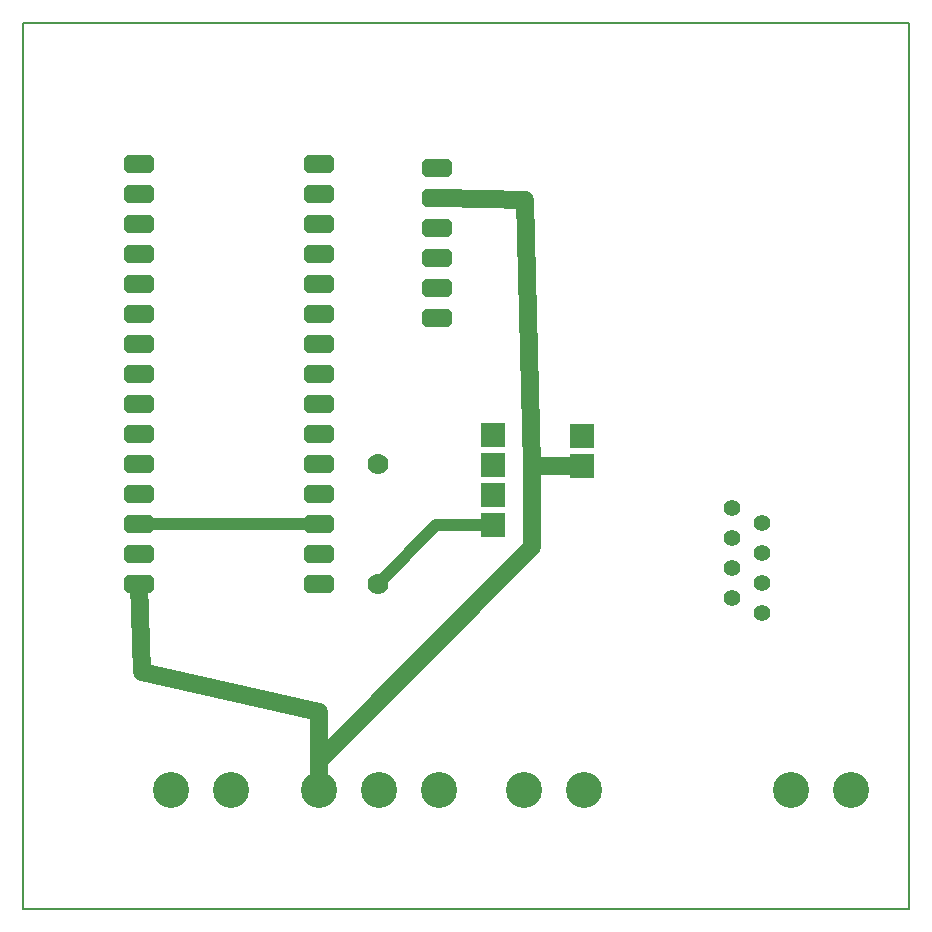
<source format=gbr>
G04 PROTEUS GERBER X2 FILE*
%TF.GenerationSoftware,Labcenter,Proteus,8.10-SP3-Build29560*%
%TF.CreationDate,2022-04-02T15:07:06+00:00*%
%TF.FileFunction,Copper,L1,Top*%
%TF.FilePolarity,Positive*%
%TF.Part,Single*%
%TF.SameCoordinates,{4c8af1e2-d522-4a99-b856-79d3214d47b0}*%
%FSLAX45Y45*%
%MOMM*%
G01*
%TA.AperFunction,Conductor*%
%ADD10C,1.016000*%
%ADD11C,1.524000*%
%AMDIL002*
4,1,8,
-1.270000,0.457200,-0.965200,0.762000,0.965200,0.762000,1.270000,0.457200,1.270000,-0.457200,
0.965200,-0.762000,-0.965200,-0.762000,-1.270000,-0.457200,-1.270000,0.457200,
0*%
%TA.AperFunction,ComponentPad*%
%ADD12DIL002*%
%TA.AperFunction,ComponentPad*%
%ADD13C,1.778000*%
%TA.AperFunction,ComponentPad*%
%ADD14R,2.032000X2.032000*%
%TA.AperFunction,ComponentPad*%
%ADD15C,3.048000*%
%TA.AperFunction,ComponentPad*%
%ADD16C,1.397000*%
%TA.AperFunction,Profile*%
%ADD17C,0.203200*%
%TD.AperFunction*%
D10*
X-9750000Y+6250000D02*
X-9254000Y+6746000D01*
X-8771000Y+6746000D01*
D11*
X-8021000Y+7246000D02*
X-8022807Y+7244193D01*
X-8442518Y+7244193D01*
X-9250000Y+9516000D02*
X-9215520Y+9516000D01*
X-8500000Y+9500000D01*
X-8442518Y+7244193D01*
X-11774000Y+6250000D02*
X-11750000Y+5500000D01*
X-10246977Y+5162828D01*
X-10248855Y+4751145D01*
X-10250000Y+4500000D01*
X-8442518Y+7244193D02*
X-8442518Y+6557482D01*
X-10248855Y+4751145D01*
X-10250000Y+4750000D01*
D10*
X-11774000Y+6758000D02*
X-10250000Y+6758000D01*
D12*
X-10250000Y+6250000D03*
X-10250000Y+6504000D03*
X-10250000Y+6758000D03*
X-10250000Y+7012000D03*
X-10250000Y+7266000D03*
X-10250000Y+7520000D03*
X-10250000Y+7774000D03*
X-10250000Y+8028000D03*
X-10250000Y+8282000D03*
X-10250000Y+8536000D03*
X-10250000Y+8790000D03*
X-10250000Y+9044000D03*
X-10250000Y+9298000D03*
X-10250000Y+9552000D03*
X-10250000Y+9806000D03*
X-11774000Y+9806000D03*
X-11774000Y+9552000D03*
X-11774000Y+9298000D03*
X-11774000Y+9044000D03*
X-11774000Y+8790000D03*
X-11774000Y+8536000D03*
X-11774000Y+8282000D03*
X-11774000Y+8028000D03*
X-11774000Y+7774000D03*
X-11774000Y+7520000D03*
X-11774000Y+7266000D03*
X-11774000Y+7012000D03*
X-11774000Y+6758000D03*
X-11774000Y+6504000D03*
X-11774000Y+6250000D03*
X-9250000Y+8500000D03*
X-9250000Y+8754000D03*
X-9250000Y+9008000D03*
X-9250000Y+9262000D03*
X-9250000Y+9516000D03*
X-9250000Y+9770000D03*
D13*
X-9750000Y+6250000D03*
X-9750000Y+7266000D03*
D14*
X-8771000Y+6746000D03*
X-8771000Y+7000000D03*
X-8771000Y+7254000D03*
X-8771000Y+7508000D03*
D15*
X-6250000Y+4500000D03*
X-5742000Y+4500000D03*
X-11500000Y+4500000D03*
X-10992000Y+4500000D03*
X-8000000Y+4500000D03*
X-8508000Y+4500000D03*
X-9234000Y+4500000D03*
X-9742000Y+4500000D03*
X-10250000Y+4500000D03*
D14*
X-8021000Y+7246000D03*
X-8021000Y+7500000D03*
D16*
X-6500000Y+6000000D03*
X-6754000Y+6127000D03*
X-6500000Y+6254000D03*
X-6754000Y+6381000D03*
X-6500000Y+6508000D03*
X-6754000Y+6635000D03*
X-6500000Y+6762000D03*
X-6754000Y+6889000D03*
D17*
X-12750000Y+3500000D02*
X-5250000Y+3500000D01*
X-5250000Y+11000000D01*
X-12750000Y+11000000D01*
X-12750000Y+3500000D01*
M02*

</source>
